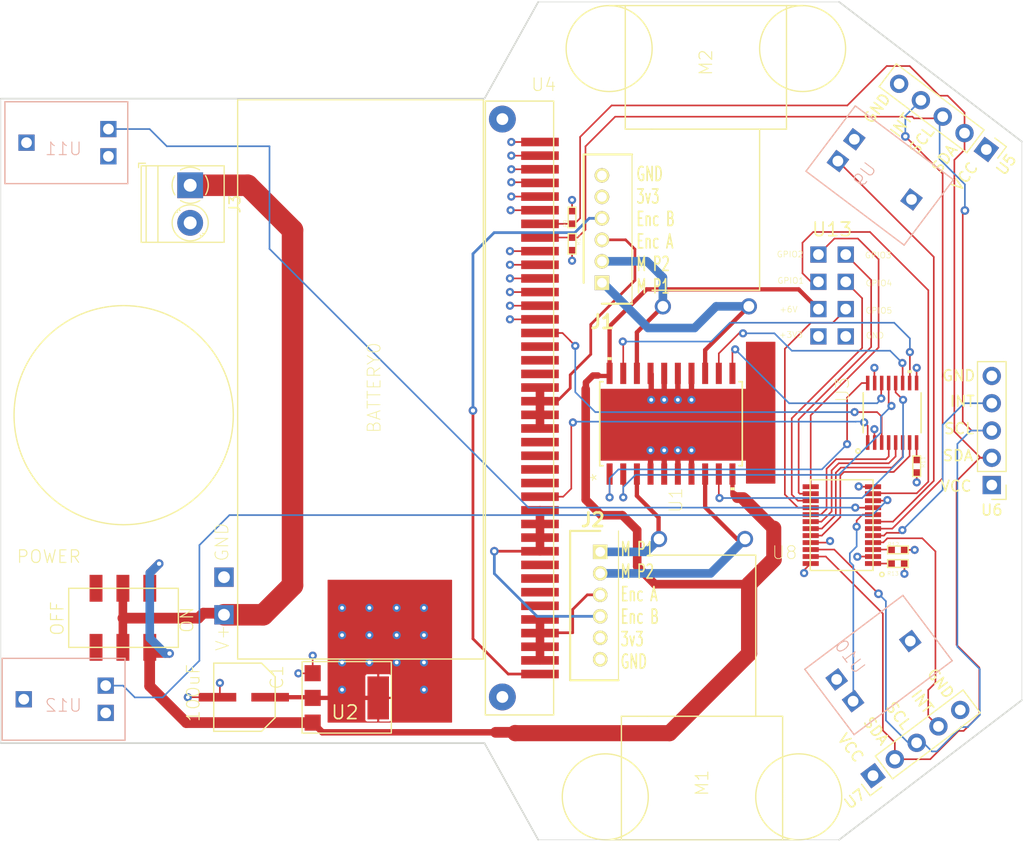
<source format=kicad_pcb>
(kicad_pcb (version 20211014) (generator pcbnew)
  (layers (0 "F.Cu" signal) (1 "In1.Cu" signal) (2 "In2.Cu" signal) (31 "B.Cu" signal) (34 "B.Paste" user) (35 "F.Paste" user) (36 "B.SilkS" user "B.Silkscreen") (37 "F.SilkS" user "F.Silkscreen") (38 "B.Mask" user) (39 "F.Mask" user) (44 "Edge.Cuts" user))
  (net 0 "")
  (net 1 "Net-(BATTERY0-Pad+)")
  (net 2 "/MR_B")
  (net 3 "/MR_A")
  (net 4 "/MR2")
  (net 5 "GND")
  (net 6 "+3V3")
  (net 7 "+5V")
  (net 8 "/MR1")
  (net 9 "/SDA")
  (net 10 "/SCL")
  (net 11 "/ML_B")
  (net 12 "Net-(R12-PadP$1)")
  (net 13 "Net-(R13-PadP$1)")
  (net 14 "/IO1")
  (net 15 "/IO2")
  (net 16 "/IO3")
  (net 17 "/IO4")
  (net 18 "/IO5")
  (net 19 "Net-(U1-Pad1)")
  (net 20 "Net-(U1-Pad2)")
  (net 21 "Net-(U1-Pad9)")
  (net 22 "Net-(U1-Pad11)")
  (net 23 "Net-(U1-Pad12)")
  (net 24 "Net-(U1-Pad19)")
  (net 25 "Net-(U3-Pad1)")
  (net 26 "Net-(U3-Pad3)")
  (net 27 "/INPUT_1")
  (net 28 "/INPUT_2")
  (net 29 "/INPUT_3")
  (net 30 "/INPUT_4")
  (net 31 "/ML_A")
  (net 32 "/ML2")
  (net 33 "/ML1")
  (net 34 "Net-(R11-PadP$1)")
  (net 45 "/XS3")
  (net 46 "/XS2")
  (net 47 "/XS1")
  (net 48 "/NW")
  (net 49 "/NE")
  (net 50 "/SW")
  (net 51 "/SE")
  (footprint "SO-20" (layer "F.Cu") (at 163.3581 105.2686 90)
    (fp_text reference "U1")
    (fp_text value "L293DD" hide)
  )
  (footprint "24-TSSOP" (layer "F.Cu") (at 182.1541 118.2861 180)
    (fp_text reference "U8")
    (fp_text value "TCA9539PWR" hide)
  )
  (footprint "" (layer "F.Cu") (at 103.5411 86.7836)
    (fp_text reference "@HOLE0" hide)
    (fp_text value "")
  )
  (footprint "Connector_PinHeader_2.54mm:PinHeader_1x05_P2.54mm_Vertical" (layer "F.Cu") (at 182.1541 138.0346 127)
    (fp_text reference "U7")
    (fp_text value "VL53L1X Left")
  )
  (footprint "" (layer "F.Cu") (at 103.5411 123.2236)
    (fp_text reference "@HOLE1" hide)
    (fp_text value "")
  )
  (footprint "TerminalBlock_Phoenix:TerminalBlock_Phoenix_PT-1,5-2-3.5-H_1x02_P3.50mm_Horizontal" (layer "F.Cu") (at 118.62 83.07 -90)
    (fp_text reference "J3")
    (fp_text value "Screw_Terminal_01x02")
  )
  (footprint "Connector_PinHeader_2.54mm:PinHeader_1x05_P2.54mm_Vertical" (layer "F.Cu") (at 192.6951 79.7416 -127)
    (fp_text reference "U5")
    (fp_text value "VL53L1X Right")
  )
  (footprint "SamacSys_Parts:SHDR6W50P0X200_1X6_1390X450X600P" (layer "F.Cu") (at 156.93 92.15 -90)
    (fp_text reference "J1")
    (fp_text value "Right Motor" hide)
  )
  (footprint "N20-MOTOR-BRACKET" (layer "F.Cu") (at 157.2411 140.0036 90)
    (fp_text reference "M1")
    (fp_text value "N20_MOTOR" hide)
  )
  (footprint "RES_0402" (layer "F.Cu") (at 154.1506 87.9331 -90)
    (fp_text reference "R10")
    (fp_text value "10k" hide)
  )
  (footprint "Connector_PinHeader_2.54mm:PinHeader_1x05_P2.54mm_Vertical" (layer "F.Cu") (at 193.2031 110.9836 180)
    (fp_text reference "U6")
    (fp_text value "VL53L1X Center")
  )
  (footprint "RES_0402" (layer "F.Cu") (at 183.8686 118.2861)
    (fp_text reference "R13")
    (fp_text value "10k" hide)
  )
  (footprint "SamacSys_Parts:SHDR6W50P0X200_1X6_1390X450X600P" (layer "F.Cu") (at 156.77 117.2 90)
    (fp_text reference "J2")
    (fp_text value "Left Motor" hide)
  )
  (footprint "CYCLONE_MICROBIT_VERTICAL" (layer "F.Cu") (at 151.1661 79.0431 -90)
    (fp_text reference "U4")
    (fp_text value "BBC Micro:bit" hide)
  )
  (footprint "N20-MOTOR-BRACKET" (layer "F.Cu") (at 175.6011 70.3436 -90)
    (fp_text reference "M2")
    (fp_text value "N20_MOTOR" hide)
  )
  (footprint "" (layer "F.Cu") (at 193.0011 118.2236)
    (fp_text reference "@HOLE3" hide)
    (fp_text value "")
  )
  (footprint "RES_0402" (layer "F.Cu") (at 154.1506 86.6631 90)
    (fp_text reference "R9")
    (fp_text value "10k" hide)
  )
  (footprint "ALUMINUM_WURTH_100UF_865080243007" (layer "F.Cu") (at 125.2581 130.7321 -90)
    (fp_text reference "C1")
    (fp_text value "100uF")
  )
  (footprint "PW16-L" (layer "F.Cu") (at 183.9321 104.2526 90)
    (fp_text reference "U3")
    (fp_text value "TXB0106PWRPW16-L" hide)
  )
  (footprint "CASTER" (layer "F.Cu") (at 112.4311 94.4736)
    (fp_text reference "U$1" hide)
    (fp_text value "CASTER" hide)
  )
  (footprint "RES_0402" (layer "F.Cu") (at 183.8686 117.0161)
    (fp_text reference "R12")
    (fp_text value "10k" hide)
  )
  (footprint "SUMO_IO" (layer "F.Cu") (at 177.0741 97.1406 90)
    (fp_text reference "U13")
    (fp_text value "SUMO_IO" hide)
  )
  (footprint "" (layer "F.Cu") (at 193.0011 91.7836)
    (fp_text reference "@HOLE2" hide)
    (fp_text value "")
  )
  (footprint "SOT-223" (layer "F.Cu") (at 136.1166 130.7956 -90)
    (fp_text reference "U2")
    (fp_text value "LM1117" hide)
  )
  (footprint "SWITCH_JS202011SCQN" (layer "F.Cu") (at 109.86 126.09 90)
    (fp_text reference "S1" hide)
    (fp_text value "POWER")
  )
  (footprint "BATTERY_HOLDER_AAA_2X2" (layer "F.Cu") (at 145.8956 127.1761 90)
    (fp_text reference "BATTERY0")
    (fp_text value "BATTERY_HOLDER_AAA_2X2" hide)
  )
  (footprint "RES_0402" (layer "F.Cu") (at 186.2181 108.6341 -90)
    (fp_text reference "R11")
    (fp_text value "10k" hide)
  )
  (footprint "QRE1113_MODULE" (layer "B.Cu") (at 180.5031 75.6776 -37)
    (fp_text reference "U9")
    (fp_text value "NW" hide)
  )
  (footprint "QRE1113_MODULE" (layer "B.Cu") (at 175.8041 128.1286 37)
    (fp_text reference "U10")
    (fp_text value "NE" hide)
  )
  (footprint "QRE1113_MODULE" (layer "B.Cu") (at 112.8121 82.9166 180)
    (fp_text reference "U11")
    (fp_text value "SW" hide)
  )
  (footprint "QRE1113_MODULE" (layer "B.Cu") (at 112.5581 134.7326 180)
    (fp_text reference "U12")
    (fp_text value "SE" hide)
  )
  (gr_line (start 101.0011 135.0036) (end 146.0011 135.0036) (layer "Edge.Cuts") (width 0.1524))
  (gr_line (start 146.0011 135.0036) (end 151.0011 144.0036) (layer "Edge.Cuts") (width 0.1524))
  (gr_line (start 146.0011 75.0036) (end 101.0011 75.0036) (layer "Edge.Cuts") (width 0.1524))
  (gr_line (start 179.0011 144.0036) (end 196.0011 131.0036) (layer "Edge.Cuts") (width 0.1524))
  (gr_line (start 196.0011 131.0036) (end 196.0011 79.0036) (layer "Edge.Cuts") (width 0.05))
  (gr_line (start 179.0011 66.0036) (end 151.0011 66.0036) (layer "Edge.Cuts") (width 0.05))
  (gr_line (start 101.0011 75.0036) (end 101.0011 135.0036) (layer "Edge.Cuts") (width 0.05))
  (gr_line (start 179.0011 66.0036) (end 196.0011 79.0036) (layer "Edge.Cuts") (width 0.1524))
  (gr_line (start 146.0011 75.0036) (end 151.0011 66.0036) (layer "Edge.Cuts") (width 0.1524))
  (gr_line (start 151.0011 144.0036) (end 179.0011 144.0036) (layer "Edge.Cuts") (width 0.05))
  (gr_text "GND\n3v3\nEnc B\nEnc A\nM P2\nM P1" (at 160.05 87.26) (layer "F.SilkS") (effects (font (size 1.3 0.8)) (justify left)))
  (gr_text "M P1\nM P2\nEnc A\nEnc B\n3v3\nGND" (at 158.58 122.19) (layer "F.SilkS") (effects (font (size 1.3 0.8)) (justify left)))
  (segment (start 121.7656 123.0561) (end 121.6195 122.91) (width 0.9) (layer "F.Cu") (net 1))
  (segment (start 118.62 83.07) (end 123.97 83.07) (width 2) (layer "F.Cu") (net 1))
  (segment (start 125.4039 123.0561) (end 121.7656 123.0561) (width 2) (layer "F.Cu") (net 1))
  (segment (start 128.14 120.32) (end 125.4039 123.0561) (width 2) (layer "F.Cu") (net 1))
  (segment (start 112.36 123.37) (end 112.36 120.59) (width 0.8) (layer "F.Cu") (net 1))
  (segment (start 119.38 123.37) (end 119.84 122.91) (width 1) (layer "F.Cu") (net 1))
  (segment (start 123.97 83.07) (end 128.14 87.24) (width 2) (layer "F.Cu") (net 1))
  (segment (start 128.14 87.24) (end 128.14 120.32) (width 2) (layer "F.Cu") (net 1))
  (segment (start 121.6195 122.91) (end 119.84 122.91) (width 1) (layer "F.Cu") (net 1))
  (segment (start 112.36 123.37) (end 119.38 123.37) (width 1) (layer "F.Cu") (net 1))
  (segment (start 112.36 126.09) (end 112.36 123.37) (width 0.8) (layer "F.Cu") (net 1))
  (segment (start 144.93 104.04) (end 144.93 125.29) (width 0.254) (layer "F.Cu") (net 2))
  (segment (start 148.2131 128.5731) (end 151.1661 128.5731) (width 0.254) (layer "F.Cu") (net 2))
  (segment (start 144.93 125.29) (end 148.2131 128.5731) (width 0.254) (layer "F.Cu") (net 2))
  (via (at 144.93 104.04) (size 0.8) (drill 0.4) (layers "F.Cu" "B.Cu") (net 2))
  (segment (start 144.93 89.45) (end 146.9 87.48) (width 0.254) (layer "B.Cu") (net 2))
  (segment (start 154.41 87.48) (end 149.68 87.48) (width 0.25) (layer "B.Cu") (net 2))
  (segment (start 156.93 86.15) (end 155.74 86.15) (width 0.25) (layer "B.Cu") (net 2))
  (segment (start 155.74 86.15) (end 154.41 87.48) (width 0.25) (layer "B.Cu") (net 2))
  (segment (start 146.9 87.48) (end 149.68 87.48) (width 0.254) (layer "B.Cu") (net 2))
  (segment (start 144.93 104.04) (end 144.93 89.45) (width 0.254) (layer "B.Cu") (net 2))
  (segment (start 155.89 96.03) (end 155.89 98.81) (width 0.254) (layer "F.Cu") (net 3))
  (segment (start 151.1661 105.7131) (end 151.1661 104.4431) (width 0.8) (layer "F.Cu") (net 3))
  (segment (start 156.93 88.15) (end 159.13 88.15) (width 0.25) (layer "F.Cu") (net 3))
  (segment (start 152.7669 103.1731) (end 151.1661 103.1731) (width 0.254) (layer "F.Cu") (net 3))
  (segment (start 159.13 88.15) (end 160 89.02) (width 0.25) (layer "F.Cu") (net 3))
  (segment (start 151.1661 104.4431) (end 151.1661 103.1731) (width 0.8) (layer "F.Cu") (net 3))
  (segment (start 151.1661 103.1731) (end 151.1661 101.9031) (width 0.8) (layer "F.Cu") (net 3))
  (segment (start 153.98 100.72) (end 153.98 101.96) (width 0.254) (layer "F.Cu") (net 3))
  (segment (start 160 91.92) (end 155.89 96.03) (width 0.254) (layer "F.Cu") (net 3))
  (segment (start 155.89 98.81) (end 153.98 100.72) (width 0.254) (layer "F.Cu") (net 3))
  (segment (start 153.98 101.96) (end 152.7669 103.1731) (width 0.254) (layer "F.Cu") (net 3))
  (segment (start 160 89.02) (end 160 91.92) (width 0.254) (layer "F.Cu") (net 3))
  (segment (start 160.1831 96.7616) (end 162.6011 94.3436) (width 0.4) (layer "F.Cu") (net 4))
  (segment (start 160.1831 100.5823) (end 160.1831 96.7616) (width 0.4) (layer "F.Cu") (net 4))
  (segment (start 161.11 90.15) (end 162.6011 91.6411) (width 0.8) (layer "B.Cu") (net 4))
  (segment (start 156.93 90.15) (end 161.11 90.15) (width 0.8) (layer "B.Cu") (net 4))
  (segment (start 162.6011 91.6411) (end 162.6011 94.3436) (width 0.8) (layer "B.Cu") (net 4))
  (segment (start 151.1661 84.1231) (end 148.4991 84.1231) (width 0.1524) (layer "F.Cu") (net 5))
  (segment (start 151.1026 82.7896) (end 148.4991 82.7896) (width 0.1524) (layer "F.Cu") (net 5))
  (segment (start 151.1661 82.8531) (end 151.1026 82.7896) (width 0.1524) (layer "F.Cu") (net 5))
  (segment (start 180.7086 117.6361) (end 180.6936 117.6511) (width 0.1524) (layer "F.Cu") (net 5))
  (segment (start 162.7231 100.5823) (end 162.7231 103.0461) (width 0.5) (layer "F.Cu") (net 5))
  (segment (start 165.2631 100.5823) (end 165.2631 103.0461) (width 0.5) (layer "F.Cu") (net 5))
  (segment (start 121.3846 129.3986) (end 121.3846 130.5056) (width 0.1524) (layer "F.Cu") (net 5))
  (segment (start 151.1661 81.5831) (end 148.4991 81.5831) (width 0.1524) (layer "F.Cu") (net 5))
  (segment (start 121.3846 130.5056) (end 121.1581 130.7321) (width 0.1524) (layer "F.Cu") (net 5))
  (segment (start 161.4531 109.9549) (end 161.4531 107.7451) (width 0.5) (layer "F.Cu") (net 5))
  (segment (start 162.7231 109.9549) (end 162.7231 107.7451) (width 0.5) (layer "F.Cu") (net 5))
  (segment (start 130.0166 126.8626) (end 130.0206 126.8586) (width 0.1524) (layer "F.Cu") (net 5))
  (segment (start 151.1661 85.3931) (end 148.4356 85.3931) (width 0.1524) (layer "F.Cu") (net 5))
  (segment (start 151.1661 79.0431) (end 148.4991 79.0431) (width 0.1524) (layer "F.Cu") (net 5))
  (segment (start 163.9931 100.5823) (end 163.9931 103.0461) (width 0.5) (layer "F.Cu") (net 5))
  (segment (start 161.4531 100.5823) (end 161.5166 100.6458) (width 0.1524) (layer "F.Cu") (net 5))
  (segment (start 186.2071 101.4832) (end 186.2071 100.0726) (width 0.1524) (layer "F.Cu") (net 5))
  (segment (start 182.1541 117.6361) (end 180.7086 117.6361) (width 0.1524) (layer "F.Cu") (net 5))
  (segment (start 163.9931 109.9549) (end 163.9931 107.7451) (width 0.5) (layer "F.Cu") (net 5))
  (segment (start 176.3541 116.3361) (end 178.0081 116.3361) (width 0.1524) (layer "F.Cu") (net 5))
  (segment (start 182.1541 111.1361) (end 180.8461 111.1361) (width 0.1524) (layer "F.Cu") (net 5))
  (segment (start 151.1661 80.3131) (end 148.4991 80.3131) (width 0.1524) (layer "F.Cu") (net 5))
  (segment (start 121.1581 130.7321) (end 118.4001 130.7321) (width 0.1524) (layer "F.Cu") (net 5))
  (segment (start 161.5166 100.6458) (end 161.5166 103.0461) (width 0.5) (layer "F.Cu") (net 5))
  (segment (start 165.2631 109.9549) (end 165.2631 107.7451) (width 0.5) (layer "F.Cu") (net 5))
  (segment (start 178.0081 116.3361) (end 178.1536 116.1906) (width 0.1524) (layer "F.Cu") (net 5))
  (segment (start 186.2071 100.0726) (end 186.2181 100.0616) (width 0.1524) (layer "F.Cu") (net 5))
  (segment (start 130.0026 128.5096) (end 130.0166 128.4956) (width 0.1524) (layer "F.Cu") (net 5))
  (segment (start 128.6871 128.5096) (end 130.0026 128.5096) (width 0.1524) (layer "F.Cu") (net 5))
  (segment (start 130.0166 128.4956) (end 130.0166 126.8626) (width 0.1524) (layer "F.Cu") (net 5))
  (segment (start 180.8461 111.1361) (end 180.8206 111.1106) (width 0.1524) (layer "F.Cu") (net 5))
  (via (at 148.4991 84.1231) (size 0.7564) (drill 0.35) (layers "F.Cu" "B.Cu") (net 5))
  (via (at 161.4531 107.7451) (size 0.7564) (drill 0.35) (layers "F.Cu" "B.Cu") (net 5))
  (via (at 148.4991 81.5831) (size 0.7564) (drill 0.35) (layers "F.Cu" "B.Cu") (net 5))
  (via (at 118.4001 130.7321) (size 0.7564) (drill 0.35) (layers "F.Cu" "B.Cu") (net 5))
  (via (at 121.3846 129.3986) (size 0.7564) (drill 0.35) (layers "F.Cu" "B.Cu") (net 5))
  (via (at 186.2181 100.0616) (size 0.7564) (drill 0.35) (layers "F.Cu" "B.Cu") (net 5))
  (via (at 180.6936 117.6511) (size 0.7564) (drill 0.35) (layers "F.Cu" "B.Cu") (net 5))
  (via (at 163.9931 107.7451) (size 0.7564) (drill 0.35) (layers "F.Cu" "B.Cu") (net 5))
  (via (at 148.4991 80.3131) (size 0.7564) (drill 0.35) (layers "F.Cu" "B.Cu") (net 5))
  (via (at 165.2631 107.7451) (size 0.7564) (drill 0.35) (layers "F.Cu" "B.Cu") (net 5))
  (via (at 130.0206 126.8586) (size 0.7564) (drill 0.35) (layers "F.Cu" "B.Cu") (net 5))
  (via (at 165.2631 103.0461) (size 0.7564) (drill 0.35) (layers "F.Cu" "B.Cu") (net 5))
  (via (at 161.5166 103.0461) (size 0.7564) (drill 0.35) (layers "F.Cu" "B.Cu") (net 5))
  (via (at 162.7231 103.0461) (size 0.7564) (drill 0.35) (layers "F.Cu" "B.Cu") (net 5))
  (via (at 148.4356 85.3931) (size 0.7564) (drill 0.35) (layers "F.Cu" "B.Cu") (net 5))
  (via (at 178.1536 116.1906) (size 0.7564) (drill 0.35) (layers "F.Cu" "B.Cu") (net 5))
  (via (at 128.6871 128.5096) (size 0.7564) (drill 0.35) (layers "F.Cu" "B.Cu") (net 5))
  (via (at 162.7231 107.7451) (size 0.7564) (drill 0.35) (layers "F.Cu" "B.Cu") (net 5))
  (via (at 163.9931 103.0461) (size 0.7564) (drill 0.35) (layers "F.Cu" "B.Cu") (net 5))
  (via (at 180.8206 111.1106) (size 0.7564) (drill 0.35) (layers "F.Cu" "B.Cu") (net 5))
  (via (at 148.4991 82.7896) (size 0.7564) (drill 0.35) (layers "F.Cu" "B.Cu") (net 5))
  (via (at 148.4991 79.0431) (size 0.7564) (drill 0.35) (layers "F.Cu" "B.Cu") (net 5))
  (segment (start 182.2811 106.996) (end 182.2811 105.7766) (width 0.1524) (layer "F.Cu") (net 6))
  (segment (start 151.1661 95.5531) (end 148.3721 95.5531) (width 0.1524) (layer "F.Cu") (net 6))
  (segment (start 151.1661 93.0131) (end 148.3721 93.0131) (width 0.1524) (layer "F.Cu") (net 6))
  (segment (start 151.1661 89.2031) (end 148.3721 89.2031) (width 0.1524) (layer "F.Cu") (net 6))
  (segment (start 186.2181 109.8281) (end 186.2181 110.7296) (width 0.1524) (layer "F.Cu") (net 6))
  (segment (start 154.1506 89.1271) (end 154.1506 90.0921) (width 0.1524) (layer "F.Cu") (net 6))
  (segment (start 185.0751 118.2986) (end 185.0751 119.2386) (width 0.1524) (layer "F.Cu") (net 6))
  (segment (start 182.3071 107.022) (end 182.2811 106.996) (width 0.1524) (layer "F.Cu") (net 6))
  (segment (start 185.0626 117.0161) (end 186.0276 117.0161) (width 0.1524) (layer "F.Cu") (net 6))
  (segment (start 151.1661 91.7431) (end 148.3721 91.7431) (width 0.1524) (layer "F.Cu") (net 6))
  (segment (start 185.0626 118.2861) (end 185.0751 118.2986) (width 0.1524) (layer "F.Cu") (net 6))
  (segment (start 130.0166 130.7956) (end 136.1166 130.7956) (width 0.4) (layer "F.Cu") (net 6))
  (segment (start 175.7406 118.8996) (end 175.7406 119.1751) (width 0.1524) (layer "F.Cu") (net 6))
  (segment (start 129.9531 130.7321) (end 126.0581 130.7321) (width 0.4) (layer "F.Cu") (net 6))
  (segment (start 151.1661 90.4731) (end 148.3721 90.4731) (width 0.1524) (layer "F.Cu") (net 6))
  (segment (start 176.3541 118.2861) (end 175.7406 118.8996) (width 0.1524) (layer "F.Cu") (net 6))
  (segment (start 154.1506 85.4691) (end 154.1506 84.4406) (width 0.1524) (layer "F.Cu") (net 6))
  (segment (start 151.1661 94.2831) (end 148.3721 94.2831) (width 0.1524) (layer "F.Cu") (net 6))
  (segment (start 129.9531 130.7321) (end 130.0166 130.7956) (width 0.1524) (layer "F.Cu") (net 6))
  (via (at 186.2181 110.7296) (size 0.7564) (drill 0.35) (layers "F.Cu" "B.Cu") (net 6))
  (via (at 148.3721 90.4731) (size 0.7564) (drill 0.35) (layers "F.Cu" "B.Cu") (net 6))
  (via (at 137.8311 124.9536) (size 0.7564) (drill 0.35) (layers "F.Cu" "B.Cu") (net 6))
  (via (at 135.2911 124.9536) (size 0.7564) (drill 0.35) (layers "F.Cu" "B.Cu") (net 6))
  (via (at 182.2811 105.7766) (size 0.7564) (drill 0.35) (layers "F.Cu" "B.Cu") (net 6))
  (via (at 154.1506 84.4406) (size 0.7564) (drill 0.35) (layers "F.Cu" "B.Cu") (net 6))
  (via (at 140.3711 130.0336) (size 0.7564) (drill 0.35) (layers "F.Cu" "B.Cu") (net 6))
  (via (at 140.3711 124.9536) (size 0.7564) (drill 0.35) (layers "F.Cu" "B.Cu") (net 6))
  (via (at 135.2911 127.4936) (size 0.7564) (drill 0.35) (layers "F.Cu" "B.Cu") (net 6))
  (via (at 135.2911 122.4136) (size 0.7564) (drill 0.35) (layers "F.Cu" "B.Cu") (net 6))
  (via (at 148.3721 91.7431) (size 0.7564) (drill 0.35) (layers "F.Cu" "B.Cu") (net 6))
  (via (at 132.7511 127.4936) (size 0.7564) (drill 0.35) (layers "F.Cu" "B.Cu") (net 6))
  (via (at 148.3721 95.5531) (size 0.7564) (drill 0.35) (layers "F.Cu" "B.Cu") (net 6))
  (via (at 137.8311 122.4136) (size 0.7564) (drill 0.35) (layers "F.Cu" "B.Cu") (net 6))
  (via (at 185.0751 119.2386) (size 0.7564) (drill 0.35) (layers "F.Cu" "B.Cu") (net 6))
  (via (at 154.1506 90.0921) (size 0.7564) (drill 0.35) (layers "F.Cu" "B.Cu") (net 6))
  (via (at 132.7511 124.9536) (size 0.7564) (drill 0.35) (layers "F.Cu" "B.Cu") (net 6))
  (via (at 175.7406 119.1751) (size 0.7564) (drill 0.35) (layers "F.Cu" "B.Cu") (net 6))
  (via (at 140.3711 122.4136) (size 0.7564) (drill 0.35) (layers "F.Cu" "B.Cu") (net 6))
  (via (at 140.3711 127.4936) (size 0.7564) (drill 0.35) (layers "F.Cu" "B.Cu") (net 6))
  (via (at 132.7511 130.0336) (size 0.7564) (drill 0.35) (layers "F.Cu" "B.Cu") (net 6))
  (via (at 137.8311 127.4936) (size 0.7564) (drill 0.35) (layers "F.Cu" "B.Cu") (net 6))
  (via (at 148.3721 89.2031) (size 0.7564) (drill 0.35) (layers "F.Cu" "B.Cu") (net 6))
  (via (at 132.7511 122.4136) (size 0.7564) (drill 0.35) (layers "F.Cu" "B.Cu") (net 6))
  (via (at 186.0276 117.0161) (size 0.7564) (drill 0.35) (layers "F.Cu" "B.Cu") (net 6))
  (via (at 148.3721 93.0131) (size 0.7564) (drill 0.35) (layers "F.Cu" "B.Cu") (net 6))
  (via (at 148.3721 94.2831) (size 0.7564) (drill 0.35) (layers "F.Cu" "B.Cu") (net 6))
  (segment (start 160.21 115.17) (end 160.21 118.56) (width 0.8) (layer "F.Cu") (net 7))
  (segment (start 157.6431 100.5823) (end 157.4018 100.8236) (width 0.1524) (layer "F.Cu") (net 7))
  (segment (start 161.86 120.21) (end 170.62 120.21) (width 0.8) (layer "F.Cu") (net 7))
  (segment (start 148.77 134) (end 147.03 134) (width 1) (layer "F.Cu") (net 7))
  (segment (start 163.22 134.08) (end 170.62 126.68) (width 1.5) (layer "F.Cu") (net 7))
  (segment (start 130.0166 133.0956) (end 130.5412 133.6202) (width 0.1524) (layer "F.Cu") (net 7))
  (segment (start 157.4018 100.8236) (end 156.7364 100.8236) (width 0.4) (layer "F.Cu") (net 7))
  (segment (start 114.86 119.62) (end 114.86 119.17) (width 0.8) (layer "F.Cu") (net 7))
  (segment (start 114.85 129.69) (end 114.85 126.1) (width 1) (layer "F.Cu") (net 7))
  (segment (start 130.0166 133.0956) (end 118.2556 133.0956) (width 1) (layer "F.Cu") (net 7))
  (segment (start 170.62 126.68) (end 170.62 120.21) (width 1.5) (layer "F.Cu") (net 7))
  (segment (start 148.85 134.06) (end 148.87 134.08) (width 1.5) (layer "F.Cu") (net 7))
  (segment (start 169.0731 111.7331) (end 169.22 111.88) (width 0.4) (layer "F.Cu") (net 7))
  (segment (start 161.0809 92.7591) (end 157.6431 96.1969) (width 0.4) (layer "F.Cu") (net 7))
  (segment (start 169.0731 109.9549) (end 169.0731 111.7331) (width 0.4) (layer "F.Cu") (net 7))
  (segment (start 172.9169 117.9131) (end 172.9169 114.9869) (width 1.4) (layer "F.Cu") (net 7))
  (segment (start 130.5412 133.6202) (end 130.921 134) (width 0.6) (layer "F.Cu") (net 7))
  (segment (start 130.921 134) (end 147.03 134) (width 0.6) (layer "F.Cu") (net 7))
  (segment (start 169.22 111.88) (end 169.4331 112.0931) (width 0.7) (layer "F.Cu") (net 7))
  (segment (start 160.21 118.56) (end 161.86 120.21) (width 0.8) (layer "F.Cu") (net 7))
  (segment (start 172.9938 115.1438) (end 170.21 112.36) (width 1.2) (layer "F.Cu") (net 7))
  (segment (start 155.44 101.42) (end 155.44 101.96) (width 0.6) (layer "F.Cu") (net 7))
  (segment (start 114.86 119.17) (end 115.73 118.3) (width 0.8) (layer "F.Cu") (net 7))
  (segment (start 182.2811 101.457197) (end 182.2811 100.0616) (width 0.1524) (layer "F.Cu") (net 7))
  (segment (start 114.85 126.66) (end 114.85 129.69) (width 0.8) (layer "F.Cu") (net 7))
  (segment (start 156.87 113.79) (end 158.83 113.79) (width 0.8) (layer "F.Cu") (net 7))
  (segment (start 114.85 126.1) (end 114.86 126.09) (width 1) (layer "F.Cu") (net 7))
  (segment (start 170.62 120.21) (end 172.9169 117.9131) (width 1.5) (layer "F.Cu") (net 7))
  (segment (start 177.0741 94.6006) (end 175.2326 92.7591) (width 0.4) (layer "F.Cu") (net 7))
  (segment (start 118.2556 133.0956) (end 114.85 129.69) (width 1) (layer "F.Cu") (net 7))
  (segment (start 169.525 112.15) (end 170.115 112.15) (width 1) (layer "F.Cu") (net 7))
  (segment (start 114.86 120.59) (end 114.86 119.62) (width 0.8) (layer "F.Cu") (net 7))
  (segment (start 155.42 112.34) (end 156.87 113.79) (width 0.8) (layer "F.Cu") (net 7))
  (segment (start 156.084575 100.785425) (end 155.455425 101.414575) (width 0.6) (layer "F.Cu") (net 7))
  (segment (start 116.7 126.66) (end 114.85 126.66) (width 0.8) (layer "F.Cu") (net 7))
  (segment (start 148.87 134.08) (end 163.22 134.08) (width 1.5) (layer "F.Cu") (net 7))
  (segment (start 155.42 102.04) (end 155.42 112.34) (width 0.8) (layer "F.Cu") (net 7))
  (segment (start 182.307103 101.4832) (end 182.2811 101.457197) (width 0.1524) (layer "F.Cu") (net 7))
  (segment (start 158.83 113.79) (end 160.21 115.17) (width 0.8) (layer "F.Cu") (net 7))
  (segment (start 175.2326 92.7591) (end 161.0809 92.7591) (width 0.4) (layer "F.Cu") (net 7))
  (segment (start 157.6431 96.1969) (end 157.6431 100.5823) (width 0.4) (layer "F.Cu") (net 7))
  (segment (start 156.56915 100.78085) (end 156.13915 100.78085) (width 0.6) (layer "F.Cu") (net 7))
  (via (at 116.7 126.66) (size 0.8) (drill 0.4) (layers "F.Cu" "B.Cu") (net 7))
  (via (at 115.73 118.3) (size 0.8) (drill 0.4) (layers "F.Cu" "B.Cu") (net 7))
  (via (at 182.2811 100.0616) (size 0.7564) (drill 0.35) (layers "F.Cu" "B.Cu") (net 7))
  (segment (start 114.86 119.17) (end 114.86 125.23) (width 0.8) (layer "B.Cu") (net 7))
  (segment (start 114.86 125.23) (end 116.29 126.66) (width 0.8) (layer "B.Cu") (net 7))
  (segment (start 116.29 126.66) (end 116.7 126.66) (width 0.8) (layer "B.Cu") (net 7))
  (segment (start 115.73 118.3) (end 114.86 119.17) (width 0.8) (layer "B.Cu") (net 7))
  (segment (start 166.5331 100.5823) (end 166.5331 98.4116) (width 0.4) (layer "F.Cu") (net 8))
  (segment (start 166.5331 98.4116) (end 170.6011 94.3436) (width 0.4) (layer "F.Cu") (net 8))
  (segment (start 167.5564 94.3436) (end 170.6011 94.3436) (width 0.8) (layer "B.Cu") (net 8))
  (segment (start 161.23 96.36) (end 165.54 96.36) (width 0.8) (layer "B.Cu") (net 8))
  (segment (start 156.93 92.15) (end 157.02 92.15) (width 0.8) (layer "B.Cu") (net 8))
  (segment (start 157.02 92.15) (end 161.23 96.36) (width 0.8) (layer "B.Cu") (net 8))
  (segment (start 165.54 96.36) (end 167.5564 94.3436) (width 0.8) (layer "B.Cu") (net 8))
  (segment (start 190.666566 79.763434) (end 189.72 80.71) (width 0.1524) (layer "F.Cu") (net 9))
  (segment (start 190.11 133.87) (end 187.47401 136.50599) (width 0.1524) (layer "F.Cu") (net 9))
  (segment (start 154.9 86.14) (end 154.9 78.57) (width 0.1524) (layer "F.Cu") (net 9))
  (segment (start 176.3541 117.6361) (end 177.7576 117.6361) (width 0.1524) (layer "F.Cu") (net 9))
  (segment (start 184.182634 134.942634) (end 184.182634 136.50599) (width 0.1524) (layer "F.Cu") (net 9))
  (segment (start 154.9 78.57) (end 157.83 75.64) (width 0.1524) (layer "F.Cu") (net 9))
  (segment (start 190.666566 78.21299) (end 190.666566 79.763434) (width 0.1524) (layer "F.Cu") (net 9))
  (segment (start 154.1506 86.6631) (end 154.3769 86.6631) (width 0.1524) (layer "F.Cu") (net 9))
  (segment (start 190.666566 76.306566) (end 190.666566 78.21299) (width 0.1524) (layer "F.Cu") (net 9))
  (segment (start 183.07 133.83) (end 184.182634 134.942634) (width 0.1524) (layer "F.Cu") (net 9))
  (segment (start 181.13075 121.00925) (end 183.07 122.9485) (width 0.1524) (layer "F.Cu") (net 9))
  (segment (start 192.1636 108.4436) (end 193.2031 108.4436) (width 0.1524) (layer "F.Cu") (net 9))
  (segment (start 189.72 106) (end 192.1636 108.4436) (width 0.1524) (layer "F.Cu") (net 9))
  (segment (start 183.07 122.9485) (end 183.07 133.83) (width 0.1524) (layer "F.Cu") (net 9))
  (segment (start 187.47401 136.50599) (end 184.182634 136.50599) (width 0.1524) (layer "F.Cu") (net 9))
  (segment (start 189.09 74.73) (end 190.666566 76.306566) (width 0.1524) (layer "F.Cu") (net 9))
  (segment (start 189.93 110.6) (end 189.93 125.86) (width 0.1524) (layer "F.Cu") (net 9))
  (segment (start 183.43 71.97) (end 185.56 71.97) (width 0.1524) (layer "F.Cu") (net 9))
  (segment (start 190.58 133.87) (end 190.11 133.87) (width 0.1524) (layer "F.Cu") (net 9))
  (segment (start 189.93 125.86) (end 192.04 127.97) (width 0.1524) (layer "F.Cu") (net 9))
  (segment (start 177.7576 117.6361) (end 181.13075 121.00925) (width 0.1524) (layer "F.Cu") (net 9))
  (segment (start 192.04 132.41) (end 190.58 133.87) (width 0.1524) (layer "F.Cu") (net 9))
  (segment (start 189.72 80.71) (end 189.72 106) (width 0.1524) (layer "F.Cu") (net 9))
  (segment (start 151.1661 86.6631) (end 154.1506 86.6631) (width 0.1524) (layer "F.Cu") (net 9))
  (segment (start 192.0864 108.4436) (end 189.93 110.6) (width 0.1524) (layer "F.Cu") (net 9))
  (segment (start 193.2031 108.4436) (end 192.0864 108.4436) (width 0.1524) (layer "F.Cu") (net 9))
  (segment (start 188.32 74.73) (end 189.09 74.73) (width 0.1524) (layer "F.Cu") (net 9))
  (segment (start 185.56 71.97) (end 188.32 74.73) (width 0.1524) (layer "F.Cu") (net 9))
  (segment (start 192.04 127.97) (end 192.04 132.41) (width 0.1524) (layer "F.Cu") (net 9))
  (segment (start 179.76 75.64) (end 183.43 71.97) (width 0.1524) (layer "F.Cu") (net 9))
  (segment (start 157.83 75.64) (end 179.76 75.64) (width 0.1524) (layer "F.Cu") (net 9))
  (segment (start 154.3769 86.6631) (end 154.9 86.14) (width 0.1524) (layer "F.Cu") (net 9))
  (segment (start 155.4 79.45) (end 158.165618 76.684382) (width 0.1524) (layer "F.Cu") (net 10))
  (segment (start 190.7 85.42) (end 190.5 85.62) (width 0.1524) (layer "F.Cu") (net 10))
  (segment (start 178.5461 116.9861) (end 182.66 121.1) (width 0.1524) (layer "F.Cu") (net 10))
  (segment (start 176.3541 116.9861) (end 178.5461 116.9861) (width 0.1524) (layer "F.Cu") (net 10))
  (segment (start 185.814382 76.684382) (end 185.97 76.84) (width 0.1524) (layer "F.Cu") (net 10))
  (segment (start 155.4 87.2062) (end 155.4 79.45) (width 0.1524) (layer "F.Cu") (net 10))
  (segment (start 190.5 85.62) (end 190.5 105.08) (width 0.1524) (layer "F.Cu") (net 10))
  (segment (start 158.165618 76.684382) (end 185.814382 76.684382) (width 0.1524) (layer "F.Cu") (net 10))
  (segment (start 188.482412 76.84) (end 188.638032 76.68438) (width 0.1524) (layer "F.Cu") (net 10))
  (segment (start 190.5 105.08) (end 191.3236 105.9036) (width 0.1524) (layer "F.Cu") (net 10))
  (segment (start 185.97 76.84) (end 188.482412 76.84) (width 0.1524) (layer "F.Cu") (net 10))
  (segment (start 154.6731 87.9331) (end 155.4 87.2062) (width 0.1524) (layer "F.Cu") (net 10))
  (segment (start 191.3236 105.9036) (end 193.2031 105.9036) (width 0.1524) (layer "F.Cu") (net 10))
  (segment (start 154.1506 87.9331) (end 154.6731 87.9331) (width 0.1524) (layer "F.Cu") (net 10))
  (segment (start 151.1661 87.9331) (end 154.1506 87.9331) (width 0.1524) (layer "F.Cu") (net 10))
  (via (at 182.66 121.1) (size 0.8) (drill 0.4) (layers "F.Cu" "B.Cu") (net 10))
  (via (at 190.7 85.42) (size 0.8) (drill 0.4) (layers "F.Cu" "B.Cu") (net 10))
  (segment (start 188.35 80.64) (end 188.35 76.972412) (width 0.1524) (layer "B.Cu") (net 10))
  (segment (start 190 126.03) (end 190 107.15) (width 0.1524) (layer "B.Cu") (net 10))
  (segment (start 187.64 135.78) (end 188.09 135.78) (width 0.1524) (layer "B.Cu") (net 10))
  (segment (start 190.36 133.51) (end 190.99 133.51) (width 0.1524) (layer "B.Cu") (net 10))
  (segment (start 190.7 82.99) (end 188.35 80.64) (width 0.1524) (layer "B.Cu") (net 10))
  (segment (start 191.2464 105.9036) (end 193.2031 105.9036) (width 0.1524) (layer "B.Cu") (net 10))
  (segment (start 192.09 132.39) (end 192.09 128.12) (width 0.1524) (layer "B.Cu") (net 10))
  (segment (start 182.66 121.1) (end 183.35 121.79) (width 0.1524) (layer "B.Cu") (net 10))
  (segment (start 188.35 76.972412) (end 188.638032 76.68438) (width 0.1524) (layer "B.Cu") (net 10))
  (segment (start 185.43738 134.97738) (end 186.211168 134.97738) (width 0.1524) (layer "B.Cu") (net 10))
  (segment (start 190.99 133.51) (end 190.98 133.5) (width 0.1524) (layer "B.Cu") (net 10))
  (segment (start 190.98 133.5) (end 192.09 132.39) (width 0.1524) (layer "B.Cu") (net 10))
  (segment (start 190 107.15) (end 191.2464 105.9036) (width 0.1524) (layer "B.Cu") (net 10))
  (segment (start 188.09 135.78) (end 190.36 133.51) (width 0.1524) (layer "B.Cu") (net 10))
  (segment (start 183.35 121.79) (end 183.35 132.89) (width 0.1524) (layer "B.Cu") (net 10))
  (segment (start 186.211168 134.97738) (end 186.83738 134.97738) (width 0.1524) (layer "B.Cu") (net 10))
  (segment (start 190.7 85.42) (end 190.7 82.99) (width 0.1524) (layer "B.Cu") (net 10))
  (segment (start 192.09 128.12) (end 190 126.03) (width 0.1524) (layer "B.Cu") (net 10))
  (segment (start 183.35 132.89) (end 185.43738 134.97738) (width 0.1524) (layer "B.Cu") (net 10))
  (segment (start 186.83738 134.97738) (end 187.64 135.78) (width 0.1524) (layer "B.Cu") (net 10))
  (segment (start 151.1661 117.1431) (end 151.1661 115.8731) (width 0.8) (layer "F.Cu") (net 11))
  (segment (start 151.163 117.14) (end 151.1661 117.1431) (width 0.254) (layer "F.Cu") (net 11))
  (segment (start 151.1661 115.8731) (end 151.1661 114.6031) (width 0.8) (layer "F.Cu") (net 11))
  (segment (start 146.92 117.14) (end 151.163 117.14) (width 0.254) (layer "F.Cu") (net 11))
  (segment (start 151.1661 114.6031) (end 151.1661 113.3331) (width 0.8) (layer "F.Cu") (net 11))
  (via (at 146.92 117.14) (size 0.8) (drill 0.4) (layers "F.Cu" "B.Cu") (net 11))
  (segment (start 156.77 123.2) (end 150.89 123.2) (width 0.25) (layer "B.Cu") (net 11))
  (segment (start 146.92 119.23) (end 146.92 117.14) (width 0.254) (layer "B.Cu") (net 11))
  (segment (start 150.89 123.2) (end 146.92 119.23) (width 0.25) (layer "B.Cu") (net 11))
  (segment (start 183.8386 116.9861) (end 183.8686 117.0161) (width 0.1524) (layer "F.Cu") (net 12))
  (segment (start 182.1541 116.9861) (end 183.8386 116.9861) (width 0.1524) (layer "F.Cu") (net 12))
  (segment (start 182.1541 118.2861) (end 183.8686 118.2861) (width 0.1524) (layer "F.Cu") (net 13))
  (segment (start 176.59 87.42) (end 181.87 87.42) (width 0.1524) (layer "F.Cu") (net 14))
  (segment (start 187.2976 92.8476) (end 187.2976 110.6661) (width 0.1524) (layer "F.Cu") (net 14))
  (segment (start 186.2181 111.7456) (end 182.1946 111.7456) (width 0.1524) (layer "F.Cu") (net 14))
  (segment (start 182.1946 111.7456) (end 182.1541 111.7861) (width 0.1524) (layer "F.Cu") (net 14))
  (segment (start 177.0741 92.0606) (end 176.3906 92.0606) (width 0.1524) (layer "F.Cu") (net 14))
  (segment (start 187.2976 110.6661) (end 186.2181 111.7456) (width 0.1524) (layer "F.Cu") (net 14))
  (segment (start 175.59 88.42) (end 176.59 87.42) (width 0.1524) (layer "F.Cu") (net 14))
  (segment (start 181.87 87.42) (end 187.2976 92.8476) (width 0.1524) (layer "F.Cu") (net 14))
  (segment (start 175.59 91.26) (end 175.59 88.42) (width 0.1524) (layer "F.Cu") (net 14))
  (segment (start 176.3906 92.0606) (end 175.59 91.26) (width 0.1524) (layer "F.Cu") (net 14))
  (segment (start 182.67 89.96) (end 180.74 88.03) (width 0.1524) (layer "F.Cu") (net 15))
  (segment (start 176.3541 104.4859) (end 182.67 98.17) (width 0.1524) (layer "F.Cu") (net 15))
  (segment (start 178.5647 88.03) (end 177.0741 89.5206) (width 0.1524) (layer "F.Cu") (net 15))
  (segment (start 180.74 88.03) (end 178.5647 88.03) (width 0.1524) (layer "F.Cu") (net 15))
  (segment (start 176.3541 111.1361) (end 176.3541 104.4859) (width 0.1524) (layer "F.Cu") (net 15))
  (segment (start 182.67 98.17) (end 182.67 89.96) (width 0.1524) (layer "F.Cu") (net 15))
  (segment (start 175.3366 111.7861) (end 175.2326 111.6821) (width 0.1524) (layer "F.Cu") (net 16))
  (segment (start 181.98 91.8865) (end 179.6141 89.5206) (width 0.1524) (layer "F.Cu") (net 16))
  (segment (start 175.2326 111.6821) (end 175.2326 104.8774) (width 0.1524) (layer "F.Cu") (net 16))
  (segment (start 181.98 98.13) (end 181.98 91.8865) (width 0.1524) (layer "F.Cu") (net 16))
  (segment (start 176.3541 111.7861) (end 175.3366 111.7861) (width 0.1524) (layer "F.Cu") (net 16))
  (segment (start 175.2326 104.8774) (end 181.98 98.13) (width 0.1524) (layer "F.Cu") (net 16))
  (segment (start 175.1611 112.4361) (end 174.59 111.865) (width 0.1524) (layer "F.Cu") (net 17))
  (segment (start 181.1381 93.5846) (end 179.6141 92.0606) (width 0.1524) (layer "F.Cu") (net 17))
  (segment (start 181.1381 98.21975) (end 181.1381 93.5846) (width 0.1524) (layer "F.Cu") (net 17))
  (segment (start 176.3541 112.4361) (end 175.1611 112.4361) (width 0.1524) (layer "F.Cu") (net 17))
  (segment (start 174.59 111.865) (end 174.59 104.76785) (width 0.1524) (layer "F.Cu") (net 17))
  (segment (start 174.59 104.76785) (end 181.1381 98.21975) (width 0.1524) (layer "F.Cu") (net 17))
  (segment (start 173.95 111.86) (end 173.95 98.2962) (width 0.1524) (layer "F.Cu") (net 18))
  (segment (start 179.6141 94.6641) (end 179.6141 94.6006) (width 0.1524) (layer "F.Cu") (net 18))
  (segment (start 178.4076 95.8706) (end 179.6141 94.6641) (width 0.1524) (layer "F.Cu") (net 18))
  (segment (start 173.95 98.2962) (end 176.3756 95.8706) (width 0.1524) (layer "F.Cu") (net 18))
  (segment (start 176.3541 113.0861) (end 175.1761 113.0861) (width 0.1524) (layer "F.Cu") (net 18))
  (segment (start 175.1761 113.0861) (end 173.95 111.86) (width 0.1524) (layer "F.Cu") (net 18))
  (segment (start 176.3756 95.8706) (end 178.4076 95.8706) (width 0.1524) (layer "F.Cu") (net 18))
  (segment (start 157.6431 109.9549) (end 157.6431 112.1266) (width 0.1524) (layer "F.Cu") (net 19))
  (segment (start 181.0968 101.4832) (end 179.7411 102.8389) (width 0.1524) (layer "F.Cu") (net 19))
  (segment (start 179.7411 102.8389) (end 179.7411 107.1736) (width 0.1524) (layer "F.Cu") (net 19))
  (segment (start 181.6571 101.4832) (end 181.0968 101.4832) (width 0.1524) (layer "F.Cu") (net 19))
  (via (at 157.6431 112.1266) (size 0.7564) (drill 0.35) (layers "F.Cu" "B.Cu") (net 19))
  (via (at 179.7411 107.1736) (size 0.7564) (drill 0.35) (layers "F.Cu" "B.Cu") (net 19))
  (segment (start 158.4686 109.5231) (end 157.6431 110.3486) (width 0.1524) (layer "B.Cu") (net 19))
  (segment (start 157.6431 110.3486) (end 157.6431 112.1266) (width 0.1524) (layer "B.Cu") (net 19))
  (segment (start 177.3916 109.5231) (end 158.4686 109.5231) (width 0.1524) (layer "B.Cu") (net 19))
  (segment (start 179.7411 107.1736) (end 177.3916 109.5231) (width 0.1524) (layer "B.Cu") (net 19))
  (segment (start 183.607103 103.356104) (end 183.8686 103.6176) (width 0.1524) (layer "F.Cu") (net 20))
  (segment (start 183.607103 101.4832) (end 183.607103 103.356104) (width 0.1524) (layer "F.Cu") (net 20))
  (segment (start 158.9131 109.9549) (end 158.9131 112.1266) (width 0.1524) (layer "F.Cu") (net 20))
  (via (at 158.9131 112.1266) (size 0.7564) (drill 0.35) (layers "F.Cu" "B.Cu") (net 20))
  (via (at 183.8686 103.6176) (size 0.7564) (drill 0.35) (layers "F.Cu" "B.Cu") (net 20))
  (segment (start 182.8879 106.09145) (end 178.94825 110.0311) (width 0.1524) (layer "B.Cu") (net 20))
  (segment (start 182.8879 104.5983) (end 182.8879 106.09145) (width 0.1524) (layer "B.Cu") (net 20))
  (segment (start 158.9131 111.1741) (end 158.9131 112.1266) (width 0.1524) (layer "B.Cu") (net 20))
  (segment (start 178.94825 110.0311) (end 160.0561 110.0311) (width 0.1524) (layer "B.Cu") (net 20))
  (segment (start 183.8686 103.6176) (end 182.8879 104.5983) (width 0.1524) (layer "B.Cu") (net 20))
  (segment (start 160.0561 110.0311) (end 158.9131 111.1741) (width 0.1524) (layer "B.Cu") (net 20))
  (segment (start 167.8031 112.1266) (end 167.8031 109.9549) (width 0.1524) (layer "F.Cu") (net 21))
  (segment (start 184.2571 102.3551) (end 184.9481 103.0461) (width 0.1524) (layer "F.Cu") (net 21))
  (segment (start 167.8666 112.1901) (end 167.8031 112.1266) (width 0.1524) (layer "F.Cu") (net 21))
  (segment (start 184.2571 101.4832) (end 184.2571 102.3551) (width 0.1524) (layer "F.Cu") (net 21))
  (via (at 167.8666 112.1901) (size 0.7564) (drill 0.35) (layers "F.Cu" "B.Cu") (net 21))
  (via (at 184.9481 103.0461) (size 0.7564) (drill 0.35) (layers "F.Cu" "B.Cu") (net 21))
  (segment (start 184.9481 108.3801) (end 181.1381 112.1901) (width 0.1524) (layer "B.Cu") (net 21))
  (segment (start 181.1381 112.1901) (end 167.8666 112.1901) (width 0.1524) (layer "B.Cu") (net 21))
  (segment (start 184.9481 103.0461) (end 184.9481 108.3801) (width 0.1524) (layer "B.Cu") (net 21))
  (segment (start 182.9161 101.5242) (end 182.9571 101.4832) (width 0.1524) (layer "F.Cu") (net 22))
  (segment (start 169.0731 98.6011) (end 169.3271 98.3471) (width 0.1524) (layer "F.Cu") (net 22))
  (segment (start 169.0731 100.5823) (end 169.0731 98.6011) (width 0.1524) (layer "F.Cu") (net 22))
  (segment (start 182.9161 102.9191) (end 182.9161 101.5242) (width 0.1524) (layer "F.Cu") (net 22))
  (via (at 169.3271 98.3471) (size 0.7564) (drill 0.35) (layers "F.Cu" "B.Cu") (net 22))
  (via (at 182.9161 102.9191) (size 0.7564) (drill 0.35) (layers "F.Cu" "B.Cu") (net 22))
  (segment (start 182.5351 103.3636) (end 182.9161 102.9826) (width 0.1524) (layer "B.Cu") (net 22))
  (segment (start 174.3436 103.3636) (end 182.5351 103.3636) (width 0.1524) (layer "B.Cu") (net 22))
  (segment (start 169.3271 98.3471) (end 174.3436 103.3636) (width 0.1524) (layer "B.Cu") (net 22))
  (segment (start 182.9161 102.9826) (end 182.9161 102.9191) (width 0.1524) (layer "B.Cu") (net 22))
  (segment (start 184.9071 99.6396) (end 184.9071 101.4832) (width 0.1524) (layer "F.Cu") (net 23))
  (segment (start 167.8031 100.5823) (end 167.8031 98.7281) (width 0.1524) (layer "F.Cu") (net 23))
  (segment (start 167.8031 98.7281) (end 169.86685 96.66435) (width 0.1524) (layer "F.Cu") (net 23))
  (segment (start 169.86685 96.66435) (end 170.05735 96.85485) (width 0.1524) (layer "F.Cu") (net 23))
  (segment (start 184.8846 99.6171) (end 184.9071 99.6396) (width 0.1524) (layer "F.Cu") (net 23))
  (via (at 170.05735 96.85485) (size 0.7564) (drill 0.35) (layers "F.Cu" "B.Cu") (net 23))
  (via (at 184.8846 99.6171) (size 0.7564) (drill 0.35) (layers "F.Cu" "B.Cu") (net 23))
  (segment (start 183.7416 98.4741) (end 184.8846 99.6171) (width 0.1524) (layer "B.Cu") (net 23))
  (segment (start 170.05735 96.85485) (end 172.97835 96.85485) (width 0.1524) (layer "B.Cu") (net 23))
  (segment (start 174.5976 98.4741) (end 172.97835 96.85485) (width 0.1524) (layer "B.Cu") (net 23))
  (segment (start 174.5976 98.4741) (end 183.7416 98.4741) (width 0.1524) (layer "B.Cu") (net 23))
  (segment (start 185.5831 98.6011) (end 185.5831 101.4572) (width 0.1524) (layer "F.Cu") (net 24))
  (segment (start 158.9131 100.5823) (end 158.9131 97.6631) (width 0.1524) (layer "F.Cu") (net 24))
  (segment (start 185.5831 101.4572) (end 185.5571 101.4832) (width 0.1524) (layer "F.Cu") (net 24))
  (segment (start 158.9131 97.6631) (end 158.87 97.62) (width 0.1524) (layer "F.Cu") (net 24))
  (via (at 185.5831 98.6011) (size 0.7564) (drill 0.35) (layers "F.Cu" "B.Cu") (net 24))
  (via (at 158.87 97.62) (size 0.7564) (drill 0.35) (layers "F.Cu" "B.Cu") (net 24))
  (segment (start 168.8394 95.8706) (end 184.1226 95.8706) (width 0.1524) (layer "B.Cu") (net 24))
  (segment (start 167.09 97.62) (end 168.8394 95.8706) (width 0.1524) (layer "B.Cu") (net 24))
  (segment (start 185.5831 97.3311) (end 185.5831 98.6011) (width 0.1524) (layer "B.Cu") (net 24))
  (segment (start 158.87 97.62) (end 167.09 97.62) (width 0.1524) (layer "B.Cu") (net 24))
  (segment (start 184.1226 95.8706) (end 185.5831 97.3311) (width 0.1524) (layer "B.Cu") (net 24))
  (segment (start 154.08 111.3082) (end 153.3251 112.0631) (width 0.1524) (layer "F.Cu") (net 25))
  (segment (start 154.23 105.15) (end 154.08 105.3) (width 0.1524) (layer "F.Cu") (net 25))
  (segment (start 181.6571 105.4701) (end 181.6571 107.022) (width 0.1524) (layer "F.Cu") (net 25))
  (segment (start 154.08 105.3) (end 154.08 111.3082) (width 0.1524) (layer "F.Cu") (net 25))
  (segment (start 181.3286 105.1416) (end 181.6571 105.4701) (width 0.1524) (layer "F.Cu") (net 25))
  (segment (start 153.3251 112.0631) (end 151.1661 112.0631) (width 0.1524) (layer "F.Cu") (net 25))
  (via (at 154.23 105.15) (size 0.7564) (drill 0.35) (layers "F.Cu" "B.Cu") (net 25))
  (via (at 181.3286 105.1416) (size 0.7564) (drill 0.35) (layers "F.Cu" "B.Cu") (net 25))
  (segment (start 181.257481 105.070482) (end 181.3286 105.1416) (width 0.1524) (layer "B.Cu") (net 25))
  (segment (start 180.558981 105.070482) (end 181.257481 105.070482) (width 0.1524) (layer "B.Cu") (net 25))
  (segment (start 154.23 105.15) (end 154.3019 105.0781) (width 0.1524) (layer "B.Cu") (net 25))
  (segment (start 180.551362 105.0781) (end 180.558981 105.070482) (width 0.1524) (layer "B.Cu") (net 25))
  (segment (start 154.3019 105.0781) (end 180.551362 105.0781) (width 0.1524) (layer "B.Cu") (net 25))
  (segment (start 182.5351 104.1891) (end 180.4396 104.1891) (width 0.1524) (layer "F.Cu") (net 26))
  (segment (start 182.9571 104.6111) (end 182.5351 104.1891) (width 0.1524) (layer "F.Cu") (net 26))
  (segment (start 153.9601 97.5216) (end 153.2616 96.8231) (width 0.1524) (layer "F.Cu") (net 26))
  (segment (start 182.9571 107.022) (end 182.9571 104.6111) (width 0.1524) (layer "F.Cu") (net 26))
  (segment (start 154.45 98.02) (end 153.9601 97.5301) (width 0.1524) (layer "F.Cu") (net 26))
  (segment (start 153.2616 96.8231) (end 151.1661 96.8231) (width 0.1524) (layer "F.Cu") (net 26))
  (segment (start 153.9601 97.5301) (end 153.9601 97.5216) (width 0.1524) (layer "F.Cu") (net 26))
  (via (at 154.45 98.02) (size 0.7564) (drill 0.35) (layers "F.Cu" "B.Cu") (net 26))
  (via (at 180.4396 104.1891) (size 0.7564) (drill 0.35) (layers "F.Cu" "B.Cu") (net 26))
  (segment (start 154.45 102.3295) (end 156.3096 104.1891) (width 0.1524) (layer "B.Cu") (net 26))
  (segment (start 154.45 98.02) (end 154.45 102.3295) (width 0.1524) (layer "B.Cu") (net 26))
  (segment (start 156.3096 104.1891) (end 180.4396 104.1891) (width 0.1524) (layer "B.Cu") (net 26))
  (segment (start 183.6146 107.0295) (end 183.6071 107.022) (width 0.1524) (layer "F.Cu") (net 27))
  (segment (start 183.6146 108.3166) (end 183.6146 107.0295) (width 0.1524) (layer "F.Cu") (net 27))
  (segment (start 177.83 109.4657) (end 178.7251 108.5706) (width 0.1524) (layer "F.Cu") (net 27))
  (segment (start 177.3061 113.7361) (end 177.83 113.2122) (width 0.1524) (layer "F.Cu") (net 27))
  (segment (start 176.3541 113.7361) (end 177.3061 113.7361) (width 0.1524) (layer "F.Cu") (net 27))
  (segment (start 183.3606 108.5706) (end 183.6146 108.3166) (width 0.1524) (layer "F.Cu") (net 27))
  (segment (start 178.7251 108.5706) (end 183.3606 108.5706) (width 0.1524) (layer "F.Cu") (net 27))
  (segment (start 177.83 113.2122) (end 177.83 109.4657) (width 0.1524) (layer "F.Cu") (net 27))
  (segment (start 176.3541 114.3861) (end 177.3546 114.3861) (width 0.1524) (layer "F.Cu") (net 28))
  (segment (start 177.3546 114.3861) (end 178.3 113.4407) (width 0.1524) (layer "F.Cu") (net 28))
  (segment (start 183.6162 108.95) (end 184.257096 108.309104) (width 0.1524) (layer "F.Cu") (net 28))
  (segment (start 178.3 113.4407) (end 178.3 109.62) (width 0.1524) (layer "F.Cu") (net 28))
  (segment (start 178.3 109.62) (end 178.97 108.95) (width 0.1524) (layer "F.Cu") (net 28))
  (segment (start 178.97 108.95) (end 183.6162 108.95) (width 0.1524) (layer "F.Cu") (net 28))
  (segment (start 184.257096 108.309104) (end 184.257096 107.022) (width 0.1524) (layer "F.Cu") (net 28))
  (segment (start 184.9071 108.3576) (end 184.9071 107.022) (width 0.1524) (layer "F.Cu") (net 29))
  (segment (start 179.17 109.35) (end 183.9147 109.35) (width 0.1524) (layer "F.Cu") (net 29))
  (segment (start 178.69 113.735756) (end 178.69 109.83) (width 0.1524) (layer "F.Cu") (net 29))
  (segment (start 183.9147 109.35) (end 184.9071 108.3576) (width 0.1524) (layer "F.Cu") (net 29))
  (segment (start 176.36 115.0302) (end 177.395556 115.0302) (width 0.1524) (layer "F.Cu") (net 29))
  (segment (start 177.395556 115.0302) (end 178.69 113.735756) (width 0.1524) (layer "F.Cu") (net 29))
  (segment (start 178.69 109.83) (end 179.17 109.35) (width 0.1524) (layer "F.Cu") (net 29))
  (segment (start 176.3541 115.0361) (end 176.36 115.0302) (width 0.1524) (layer "F.Cu") (net 29))
  (segment (start 184.0762 109.76) (end 185.557096 108.279104) (width 0.1524) (layer "F.Cu") (net 30))
  (segment (start 177.3881 115.6861) (end 179.11 113.9642) (width 0.1524) (layer "F.Cu") (net 30))
  (segment (start 185.557096 108.279104) (end 185.557096 107.022) (width 0.1524) (layer "F.Cu") (net 30))
  (segment (start 179.45 109.76) (end 184.0762 109.76) (width 0.1524) (layer "F.Cu") (net 30))
  (segment (start 176.3541 115.6861) (end 177.3881 115.6861) (width 0.1524) (layer "F.Cu") (net 30))
  (segment (start 179.11 110.1) (end 179.45 109.76) (width 0.1524) (layer "F.Cu") (net 30))
  (segment (start 179.11 113.9642) (end 179.11 110.1) (width 0.1524) (layer "F.Cu") (net 30))
  (segment (start 151.1661 127.3031) (end 151.1661 126.0331) (width 0.8) (layer "F.Cu") (net 31))
  (segment (start 151.1992 124.73) (end 151.1661 124.7631) (width 0.254) (layer "F.Cu") (net 31))
  (segment (start 151.1661 124.7631) (end 151.1661 123.4931) (width 0.8) (layer "F.Cu") (net 31))
  (segment (start 155.57 121.2) (end 156.77 121.2) (width 0.254) (layer "F.Cu") (net 31))
  (segment (start 154.21 122.56) (end 155.57 121.2) (width 0.254) (layer "F.Cu") (net 31))
  (segment (start 154.21 124.73) (end 151.1992 124.73) (width 0.254) (layer "F.Cu") (net 31))
  (segment (start 154.21 124.73) (end 154.21 122.56) (width 0.254) (layer "F.Cu") (net 31))
  (segment (start 151.1661 126.0331) (end 151.1661 124.7631) (width 0.8) (layer "F.Cu") (net 31))
  (segment (start 169.4936 116.0036) (end 170.2411 116.0036) (width 0.4) (layer "F.Cu") (net 32))
  (segment (start 166.5331 109.9549) (end 166.5331 113.0431) (width 0.4) (layer "F.Cu") (net 32))
  (segment (start 166.5331 113.0431) (end 169.4936 116.0036) (width 0.4) (layer "F.Cu") (net 32))
  (segment (start 156.77 119.2) (end 167.0447 119.2) (width 0.8) (layer "B.Cu") (net 32))
  (segment (start 167.0447 119.2) (end 170.2411 116.0036) (width 0.8) (layer "B.Cu") (net 32))
  (segment (start 162.2 114) (end 162.2 115.9625) (width 0.4) (layer "F.Cu") (net 33))
  (segment (start 162.2 115.9625) (end 162.2411 116.0036) (width 0.4) (layer "F.Cu") (net 33))
  (segment (start 160.1831 111.9831) (end 162.2 114) (width 0.4) (layer "F.Cu") (net 33))
  (segment (start 160.1831 109.9549) (end 160.1831 111.9831) (width 0.4) (layer "F.Cu") (net 33))
  (segment (start 161.0447 117.2) (end 162.2411 116.0036) (width 0.8) (layer "B.Cu") (net 33))
  (segment (start 156.77 117.2) (end 161.0447 117.2) (width 0.8) (layer "B.Cu") (net 33))
  (segment (start 186.2181 108.6341) (end 186.2071 108.6231) (width 0.1524) (layer "F.Cu") (net 34))
  (segment (start 186.2071 108.6231) (end 186.2071 107.022) (width 0.1524) (layer "F.Cu") (net 34))
  (segment (start 188.6311 110.3486) (end 188.6311 100.9089) (width 0.1524) (layer "F.Cu") (net 45))
  (segment (start 183.9436 115.0361) (end 188.6311 110.3486) (width 0.1524) (layer "F.Cu") (net 45))
  (segment (start 188.6311 81.9911) (end 185.16 78.52) (width 0.1524) (layer "F.Cu") (net 45))
  (segment (start 182.1541 115.0361) (end 183.9436 115.0361) (width 0.1524) (layer "F.Cu") (net 45))
  (segment (start 188.6311 100.9089) (end 188.6311 81.9911) (width 0.1524) (layer "F.Cu") (net 45))
  (via (at 185.16 78.52) (size 0.8) (drill 0.4) (layers "F.Cu" "B.Cu") (net 45))
  (segment (start 185.16 76.605267) (end 186.609497 75.15577) (width 0.1524) (layer "B.Cu") (net 45))
  (segment (start 185.16 78.52) (end 185.16 76.605267) (width 0.1524) (layer "B.Cu") (net 45))
  (segment (start 182.1541 115.6861) (end 183.1666 115.6861) (width 0.1524) (layer "F.Cu") (net 46))
  (segment (start 183.1666 115.6861) (end 183.4241 115.4286) (width 0.1524) (layer "F.Cu") (net 46))
  (segment (start 184.6306 115.4286) (end 184.8846 115.1746) (width 0.1524) (layer "F.Cu") (net 46))
  (segment (start 183.4241 115.4286) (end 184.6306 115.4286) (width 0.1524) (layer "F.Cu") (net 46))
  (via (at 184.8846 115.1746) (size 0.7564) (drill 0.35) (layers "F.Cu" "B.Cu") (net 46))
  (segment (start 184.8846 115.1746) (end 188.6311 111.4281) (width 0.1524) (layer "B.Cu") (net 46))
  (segment (start 188.6311 111.4281) (end 188.6311 105.3689) (width 0.1524) (layer "B.Cu") (net 46))
  (segment (start 190.6364 103.3636) (end 193.2031 103.3636) (width 0.1524) (layer "B.Cu") (net 46))
  (segment (start 188.6311 105.3689) (end 190.6364 103.3636) (width 0.1524) (layer "B.Cu") (net 46))
  (segment (start 187.29 132.499067) (end 188.239703 133.44877) (width 0.1524) (layer "F.Cu") (net 47))
  (segment (start 182.1726 116.3176) (end 183.1066 116.3176) (width 0.1524) (layer "F.Cu") (net 47))
  (segment (start 186.7366 115.9366) (end 187.96 117.16) (width 0.1524) (layer "F.Cu") (net 47))
  (segment (start 183.1066 116.3176) (end 183.4876 115.9366) (width 0.1524) (layer "F.Cu") (net 47))
  (segment (start 187.96 129.39) (end 187.29 130.06) (width 0.1524) (layer "F.Cu") (net 47))
  (segment (start 183.4876 115.9366) (end 186.7366 115.9366) (width 0.1524) (layer "F.Cu") (net 47))
  (segment (start 182.1541 116.3361) (end 182.1726 116.3176) (width 0.1524) (layer "F.Cu") (net 47))
  (segment (start 187.29 130.06) (end 187.29 132.499067) (width 0.1524) (layer "F.Cu") (net 47))
  (segment (start 187.96 117.16) (end 187.96 129.39) (width 0.1524) (layer "F.Cu") (net 47))
  (segment (start 187.8056 110.589157) (end 184.008656 114.3861) (width 0.1524) (layer "F.Cu") (net 48))
  (segment (start 178.883425 80.817938) (end 187.8056 89.740113) (width 0.1524) (layer "F.Cu") (net 48))
  (segment (start 187.8056 89.740113) (end 187.8056 110.589157) (width 0.1524) (layer "F.Cu") (net 48))
  (segment (start 184.008656 114.3861) (end 182.1541 114.3861) (width 0.1524) (layer "F.Cu") (net 48))
  (segment (start 182.1541 113.7361) (end 181.1796 113.7361) (width 0.1524) (layer "F.Cu") (net 49))
  (segment (start 181.1796 113.7361) (end 180.6301 114.2856) (width 0.1524) (layer "F.Cu") (net 49))
  (segment (start 180.6301 114.2856) (end 180.6301 114.8571) (width 0.1524) (layer "F.Cu") (net 49))
  (via (at 180.6301 114.8571) (size 0.7564) (drill 0.35) (layers "F.Cu" "B.Cu") (net 49))
  (segment (start 180.298865 131.102404) (end 180.319746 131.081522) (width 0.1524) (layer "B.Cu") (net 49))
  (segment (start 180.6301 116.6986) (end 179.9951 117.3336) (width 0.1524) (layer "B.Cu") (net 49))
  (segment (start 180.6301 114.8571) (end 180.6301 116.6986) (width 0.1524) (layer "B.Cu") (net 49))
  (segment (start 179.9951 118.144566) (end 180.319746 118.469213) (width 0.1524) (layer "B.Cu") (net 49))
  (segment (start 179.9951 117.3336) (end 179.9951 118.144566) (width 0.1524) (layer "B.Cu") (net 49))
  (segment (start 180.319746 118.469213) (end 180.319746 131.081522) (width 0.1524) (layer "B.Cu") (net 49))
  (segment (start 182.1541 113.0861) (end 180.5101 113.0861) (width 0.1524) (layer "F.Cu") (net 50))
  (segment (start 180.5101 113.0861) (end 180.5031 113.0791) (width 0.1524) (layer "F.Cu") (net 50))
  (via (at 180.5031 113.0791) (size 0.7564) (drill 0.35) (layers "F.Cu" "B.Cu") (net 50))
  (segment (start 116.4475 79.44) (end 114.8441 77.8366) (width 0.1524) (layer "B.Cu") (net 50))
  (segment (start 150.0866 113.0791) (end 126 88.9925) (width 0.1524) (layer "B.Cu") (net 50))
  (segment (start 126 79.44) (end 116.4475 79.44) (width 0.1524) (layer "B.Cu") (net 50))
  (segment (start 180.5031 113.0791) (end 150.0866 113.0791) (width 0.1524) (layer "B.Cu") (net 50))
  (segment (start 114.8441 77.8366) (end 111.0121 77.8366) (width 0.1524) (layer "B.Cu") (net 50))
  (segment (start 126 88.9925) (end 126 79.44) (width 0.1524) (layer "B.Cu") (net 50))
  (segment (start 183.3526 112.4361) (end 183.3606 112.4441) (width 0.1524) (layer "F.Cu") (net 51))
  (segment (start 183.3606 112.4441) (end 183.4241 112.4441) (width 0.1524) (layer "F.Cu") (net 51))
  (segment (start 183.4241 112.4441) (end 183.4876 112.3806) (width 0.1524) (layer "F.Cu") (net 51))
  (segment (start 182.1541 112.4361) (end 183.3526 112.4361) (width 0.1524) (layer "F.Cu") (net 51))
  (via (at 183.4876 112.3806) (size 0.7564) (drill 0.35) (layers "F.Cu" "B.Cu") (net 51))
  (segment (start 182.0906 113.7776) (end 183.4876 112.3806) (width 0.1524) (layer "B.Cu") (net 51))
  (segment (start 112.3726 129.6526) (end 113.47 130.75) (width 0.1524) (layer "B.Cu") (net 51))
  (segment (start 119.4796 116.5716) (end 122.2736 113.7776) (width 0.1524) (layer "B.Cu") (net 51))
  (segment (start 113.47 130.75) (end 116.06 130.75) (width 0.1524) (layer "B.Cu") (net 51))
  (segment (start 110.7581 129.6526) (end 112.3726 129.6526) (width 0.1524) (layer "B.Cu") (net 51))
  (segment (start 119.4796 127.3304) (end 119.4796 116.5716) (width 0.1524) (layer "B.Cu") (net 51))
  (segment (start 116.06 130.75) (end 119.4796 127.3304) (width 0.1524) (layer "B.Cu") (net 51))
  (segment (start 122.2736 113.7776) (end 182.0906 113.7776) (width 0.1524) (layer "B.Cu") (net 51))
  (zone (net 5) (net_name "GND") (layer "F.Cu") (priority 6) (connect_pads (clearance 0.000001)) (min_thickness 0.0762) (fill yes (thermal_gap 0.2024) (thermal_bridge_width 0.2024))
    (polygon (pts (xy 173.0688 110.8443) (xy 170.3304 110.8443) (xy 170.3304 108.7103) (xy 156.8104 108.7103) (xy 156.8104 102.0174) (xy 170.3304 102.0174) (xy 170.3304 97.6359) (xy 173.0688 97.6359)))
  )
  (zone (net 6) (net_name "+3V3") (layer "F.Cu") (priority 6) (connect_pads (clearance 0.000001)) (min_thickness 0.0762) (fill yes (thermal_gap 0.2024) (thermal_bridge_width 0.2024))
    (polygon (pts (xy 142.9873 133.0943) (xy 131.4049 133.0943) (xy 131.4049 119.7974) (xy 142.9873 119.7974)))
  )
)
</source>
